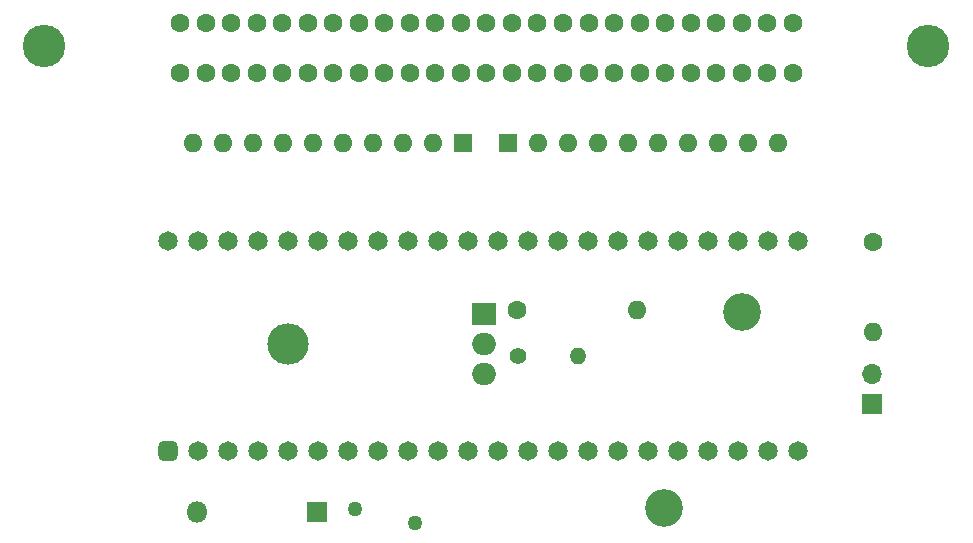
<source format=gbr>
%TF.GenerationSoftware,KiCad,Pcbnew,(6.0.2)*%
%TF.CreationDate,2022-04-05T12:16:13-06:00*%
%TF.ProjectId,Centronics50_F4Lite_THTV1,43656e74-726f-46e6-9963-7335305f4634,rev?*%
%TF.SameCoordinates,Original*%
%TF.FileFunction,Soldermask,Top*%
%TF.FilePolarity,Negative*%
%FSLAX46Y46*%
G04 Gerber Fmt 4.6, Leading zero omitted, Abs format (unit mm)*
G04 Created by KiCad (PCBNEW (6.0.2)) date 2022-04-05 12:16:13*
%MOMM*%
%LPD*%
G01*
G04 APERTURE LIST*
G04 Aperture macros list*
%AMRoundRect*
0 Rectangle with rounded corners*
0 $1 Rounding radius*
0 $2 $3 $4 $5 $6 $7 $8 $9 X,Y pos of 4 corners*
0 Add a 4 corners polygon primitive as box body*
4,1,4,$2,$3,$4,$5,$6,$7,$8,$9,$2,$3,0*
0 Add four circle primitives for the rounded corners*
1,1,$1+$1,$2,$3*
1,1,$1+$1,$4,$5*
1,1,$1+$1,$6,$7*
1,1,$1+$1,$8,$9*
0 Add four rect primitives between the rounded corners*
20,1,$1+$1,$2,$3,$4,$5,0*
20,1,$1+$1,$4,$5,$6,$7,0*
20,1,$1+$1,$6,$7,$8,$9,0*
20,1,$1+$1,$8,$9,$2,$3,0*%
G04 Aperture macros list end*
%ADD10O,1.800000X1.800000*%
%ADD11R,1.800000X1.800000*%
%ADD12O,1.600000X1.600000*%
%ADD13C,1.600000*%
%ADD14O,1.700000X1.700000*%
%ADD15R,1.700000X1.700000*%
%ADD16C,3.600000*%
%ADD17C,1.270000*%
%ADD18C,1.650000*%
%ADD19RoundRect,0.412500X0.412500X-0.412500X0.412500X0.412500X-0.412500X0.412500X-0.412500X-0.412500X0*%
%ADD20O,2.000000X1.905000*%
%ADD21R,2.000000X1.905000*%
%ADD22O,3.500000X3.500000*%
%ADD23R,1.600000X1.600000*%
%ADD24O,1.400000X1.400000*%
%ADD25C,1.400000*%
%ADD26C,3.200000*%
G04 APERTURE END LIST*
D10*
%TO.C,D2*%
X111704120Y-79413100D03*
D11*
X121864120Y-79413100D03*
%TD*%
D12*
%TO.C,R_LED*%
X168935400Y-64165480D03*
D13*
X168935400Y-56545480D03*
%TD*%
D14*
%TO.C,J3*%
X168854120Y-67767200D03*
D15*
X168854120Y-70307200D03*
%TD*%
D16*
%TO.C,U3*%
X98782500Y-39998460D03*
X173632500Y-39998460D03*
D13*
X110287500Y-37998460D03*
X112447500Y-37998460D03*
X114607500Y-37998460D03*
X116767500Y-37998460D03*
X118927500Y-37998460D03*
X121087500Y-37998460D03*
X123247500Y-37998460D03*
X125407500Y-37998460D03*
X127567500Y-37998460D03*
X129727500Y-37998460D03*
X131887500Y-37998460D03*
X134047500Y-37998460D03*
X136207500Y-37998460D03*
X138367500Y-37998460D03*
X140527500Y-37998460D03*
X142687500Y-37998460D03*
X144847500Y-37998460D03*
X147007500Y-37998460D03*
X149167500Y-37998460D03*
X151327500Y-37998460D03*
X153487500Y-37998460D03*
X155647500Y-37998460D03*
X157807500Y-37998460D03*
X159967500Y-37998460D03*
X162127500Y-37998460D03*
X110287500Y-42288460D03*
X112447500Y-42288460D03*
X114607500Y-42288460D03*
X116767500Y-42288460D03*
X118927500Y-42288460D03*
X121087500Y-42288460D03*
X123247500Y-42288460D03*
X125407500Y-42288460D03*
X127567500Y-42288460D03*
X129727500Y-42288460D03*
X131887500Y-42288460D03*
X134047500Y-42288460D03*
X136207500Y-42288460D03*
X138367500Y-42288460D03*
X140527500Y-42288460D03*
X142687500Y-42288460D03*
X144847500Y-42288460D03*
X147007500Y-42288460D03*
X149167500Y-42288460D03*
X151327500Y-42288460D03*
X153487500Y-42288460D03*
X155647500Y-42288460D03*
X157807500Y-42288460D03*
X159967500Y-42288460D03*
X162127500Y-42288460D03*
%TD*%
D17*
%TO.C,F1*%
X130131820Y-80327500D03*
X125051820Y-79184500D03*
%TD*%
D18*
%TO.C,U2*%
X109216095Y-56513742D03*
X111756095Y-56513742D03*
X114296095Y-56513742D03*
X116836095Y-56513742D03*
X119376095Y-56513742D03*
X121916095Y-56513742D03*
X124456095Y-56513742D03*
X126996095Y-56513742D03*
X129536095Y-56513742D03*
X132076095Y-56513742D03*
X134616095Y-56513742D03*
X137156095Y-56513742D03*
X139696095Y-56513742D03*
X142236095Y-56513742D03*
X144776095Y-56513742D03*
X147316095Y-56513742D03*
X149856095Y-56513742D03*
X152396095Y-56513742D03*
X154936095Y-56513742D03*
X157476095Y-56513742D03*
X160016095Y-56513742D03*
X162556095Y-56513742D03*
X162556095Y-74293742D03*
X160016095Y-74293742D03*
X157476095Y-74293742D03*
X154936095Y-74293742D03*
X152396095Y-74293742D03*
X149856095Y-74293742D03*
X147316095Y-74293742D03*
X144776095Y-74293742D03*
X142236095Y-74293742D03*
X139696095Y-74293742D03*
X137156095Y-74293742D03*
X134616095Y-74293742D03*
X132076095Y-74293742D03*
X129536095Y-74293742D03*
X126996095Y-74293742D03*
X124456095Y-74293742D03*
X121916095Y-74293742D03*
X119376095Y-74293742D03*
X116836095Y-74293742D03*
X114296095Y-74293742D03*
X111756095Y-74293742D03*
D19*
X109216095Y-74293742D03*
%TD*%
D20*
%TO.C,U1*%
X136028334Y-67778644D03*
X136028334Y-65238644D03*
D21*
X136028334Y-62698644D03*
D22*
X119368334Y-65238644D03*
%TD*%
D12*
%TO.C,RN2*%
X160921700Y-48204120D03*
X158381700Y-48204120D03*
X155841700Y-48204120D03*
X153301700Y-48204120D03*
X150761700Y-48204120D03*
X148221700Y-48204120D03*
X145681700Y-48204120D03*
X143141700Y-48204120D03*
X140601700Y-48204120D03*
D23*
X138061700Y-48204120D03*
%TD*%
D12*
%TO.C,RN1*%
X111391700Y-48204120D03*
X113931700Y-48204120D03*
X116471700Y-48204120D03*
X119011700Y-48204120D03*
X121551700Y-48204120D03*
X124091700Y-48204120D03*
X126631700Y-48204120D03*
X129171700Y-48204120D03*
X131711700Y-48204120D03*
D23*
X134251700Y-48204120D03*
%TD*%
D24*
%TO.C,R2*%
X143965834Y-66191144D03*
D25*
X138885834Y-66191144D03*
%TD*%
D12*
%TO.C,R1*%
X148918834Y-62317642D03*
D13*
X138758834Y-62317642D03*
%TD*%
D26*
%TO.C,REF\u002A\u002A*%
X157802580Y-62514480D03*
%TD*%
%TO.C,REF\u002A\u002A*%
X151221440Y-79131160D03*
%TD*%
M02*

</source>
